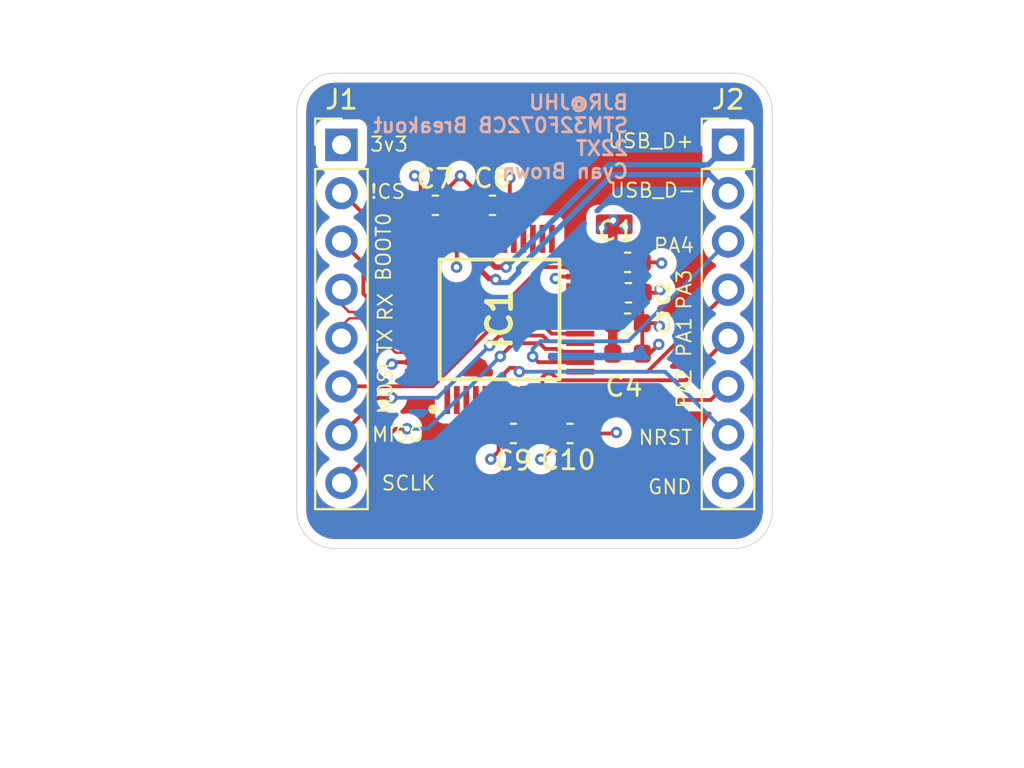
<source format=kicad_pcb>
(kicad_pcb (version 20241229) (generator "pcbnew") (generator_version "9.0")
  (layers (0 "F.Cu" signal) (4 "In1.Cu" signal) (6 "In2.Cu" signal) (2 "B.Cu" signal) (13 "F.Paste" user) (15 "B.Paste" user) (5 "F.SilkS" user "F.Silkscreen") (7 "B.SilkS" user "B.Silkscreen") (1 "F.Mask" user) (3 "B.Mask" user) (25 "Edge.Cuts" user))
  (net 0 "")
  (net 1 "3v3")
  (net 2 "GND")
  (net 3 "MOSI")
  (net 5 "!CS")
  (net 8 "USB_D+")
  (net 16 "PA4")
  (net 17 "BOOT0")
  (net 20 "SCLK")
  (net 23 "MISO")
  (net 29 "PA1")
  (net 30 "PA2")
  (net 31 "PA3")
  (net 32 "can_tx")
  (net 33 "can_rx")
  (net 37 "NRST")
  (net 41 "USB_D-")
  (footprint "can_encoder:STM32F072CBT6" (layer "F.Cu") (at 148.662 80.35 90)
    (property "Reference" "IC1" (at 0 0 90) (layer "F.SilkS") (effects (font (size 1.27 1.27) (thickness 0.254))))
    (property "Value" "STM32F072CBT6" (hide yes))
    (fp_line (start 3.15 -3.15) (end 3.15 3.15) (stroke (width 0.2)) (layer "F.SilkS"))
    (fp_line (start -3.15 -3.15) (end 3.15 -3.15) (stroke (width 0.2)) (layer "F.SilkS"))
    (fp_line (start 3.15 3.15) (end -3.15 3.15) (stroke (width 0.2)) (layer "F.SilkS"))
    (fp_line (start -3.15 3.15) (end -3.15 -3.15) (stroke (width 0.2)) (layer "F.SilkS"))
    (fp_circle (center -4.725 -3.5) (end -4.725 -3.375) (stroke (width 0.25)) (fill no) (layer "F.SilkS"))
    (pad "1" smd rect (at -4.238 -2.75 180) (size 0.3 1.475) (layers "F.Cu" "F.Mask" "F.Paste"))
    (pad "2" smd rect (at -4.238 -2.25 180) (size 0.3 1.475) (layers "F.Cu" "F.Mask" "F.Paste"))
    (pad "3" smd rect (at -4.238 -1.75 180) (size 0.3 1.475) (layers "F.Cu" "F.Mask" "F.Paste"))
    (pad "4" smd rect (at -4.238 -1.25 180) (size 0.3 1.475) (layers "F.Cu" "F.Mask" "F.Paste"))
    (pad "5" smd rect (at -4.238 -0.75 180) (size 0.3 1.475) (layers "F.Cu" "F.Mask" "F.Paste"))
    (pad "6" smd rect (at -4.238 -0.25 180) (size 0.3 1.475) (layers "F.Cu" "F.Mask" "F.Paste"))
    (pad "7" smd rect (at -4.238 0.25 180) (size 0.3 1.475) (layers "F.Cu" "F.Mask" "F.Paste") (net 37 "NRST"))
    (pad "8" smd rect (at -4.238 0.75 180) (size 0.3 1.475) (layers "F.Cu" "F.Mask" "F.Paste") (net 2 "GND"))
    (pad "9" smd rect (at -4.238 1.25 180) (size 0.3 1.475) (layers "F.Cu" "F.Mask" "F.Paste") (net 1 "3v3"))
    (pad "10" smd rect (at -4.238 1.75 180) (size 0.3 1.475) (layers "F.Cu" "F.Mask" "F.Paste"))
    (pad "11" smd rect (at -4.238 2.25 180) (size 0.3 1.475) (layers "F.Cu" "F.Mask" "F.Paste") (net 29 "PA1"))
    (pad "12" smd rect (at -4.238 2.75 180) (size 0.3 1.475) (layers "F.Cu" "F.Mask" "F.Paste") (net 30 "PA2"))
    (pad "13" smd rect (at -2.75 4.238 90) (size 0.3 1.475) (layers "F.Cu" "F.Mask" "F.Paste") (net 31 "PA3"))
    (pad "14" smd rect (at -2.25 4.238 90) (size 0.3 1.475) (layers "F.Cu" "F.Mask" "F.Paste") (net 16 "PA4"))
    (pad "15" smd rect (at -1.75 4.238 90) (size 0.3 1.475) (layers "F.Cu" "F.Mask" "F.Paste") (net 20 "SCLK"))
    (pad "16" smd rect (at -1.25 4.238 90) (size 0.3 1.475) (layers "F.Cu" "F.Mask" "F.Paste") (net 23 "MISO"))
    (pad "17" smd rect (at -0.75 4.238 90) (size 0.3 1.475) (layers "F.Cu" "F.Mask" "F.Paste") (net 3 "MOSI"))
    (pad "18" smd rect (at -0.25 4.238 90) (size 0.3 1.475) (layers "F.Cu" "F.Mask" "F.Paste"))
    (pad "19" smd rect (at 0.25 4.238 90) (size 0.3 1.475) (layers "F.Cu" "F.Mask" "F.Paste"))
    (pad "20" smd rect (at 0.75 4.238 90) (size 0.3 1.475) (layers "F.Cu" "F.Mask" "F.Paste"))
    (pad "21" smd rect (at 1.25 4.238 90) (size 0.3 1.475) (layers "F.Cu" "F.Mask" "F.Paste"))
    (pad "22" smd rect (at 1.75 4.238 90) (size 0.3 1.475) (layers "F.Cu" "F.Mask" "F.Paste"))
    (pad "23" smd rect (at 2.25 4.238 90) (size 0.3 1.475) (layers "F.Cu" "F.Mask" "F.Paste") (net 2 "GND"))
    (pad "24" smd rect (at 2.75 4.238 90) (size 0.3 1.475) (layers "F.Cu" "F.Mask" "F.Paste") (net 1 "3v3"))
    (pad "25" smd rect (at 4.238 2.75 180) (size 0.3 1.475) (layers "F.Cu" "F.Mask" "F.Paste"))
    (pad "26" smd rect (at 4.238 2.25 180) (size 0.3 1.475) (layers "F.Cu" "F.Mask" "F.Paste"))
    (pad "27" smd rect (at 4.238 1.75 180) (size 0.3 1.475) (layers "F.Cu" "F.Mask" "F.Paste"))
    (pad "28" smd rect (at 4.238 1.25 180) (size 0.3 1.475) (layers "F.Cu" "F.Mask" "F.Paste"))
    (pad "29" smd rect (at 4.238 0.75 180) (size 0.3 1.475) (layers "F.Cu" "F.Mask" "F.Paste"))
    (pad "30" smd rect (at 4.238 0.25 180) (size 0.3 1.475) (layers "F.Cu" "F.Mask" "F.Paste"))
    (pad "31" smd rect (at 4.238 -0.25 180) (size 0.3 1.475) (layers "F.Cu" "F.Mask" "F.Paste"))
    (pad "32" smd rect (at 4.238 -0.75 180) (size 0.3 1.475) (layers "F.Cu" "F.Mask" "F.Paste") (net 41 "USB_D-"))
    (pad "33" smd rect (at 4.238 -1.25 180) (size 0.3 1.475) (layers "F.Cu" "F.Mask" "F.Paste") (net 8 "USB_D+"))
    (pad "34" smd rect (at 4.238 -1.75 180) (size 0.3 1.475) (layers "F.Cu" "F.Mask" "F.Paste"))
    (pad "35" smd rect (at 4.238 -2.25 180) (size 0.3 1.475) (layers "F.Cu" "F.Mask" "F.Paste") (net 2 "GND"))
    (pad "36" smd rect (at 4.238 -2.75 180) (size 0.3 1.475) (layers "F.Cu" "F.Mask" "F.Paste") (net 1 "3v3"))
    (pad "37" smd rect (at 2.75 -4.238 90) (size 0.3 1.475) (layers "F.Cu" "F.Mask" "F.Paste"))
    (pad "38" smd rect (at 2.25 -4.238 90) (size 0.3 1.475) (layers "F.Cu" "F.Mask" "F.Paste") (net 5 "!CS"))
    (pad "39" smd rect (at 1.75 -4.238 90) (size 0.3 1.475) (layers "F.Cu" "F.Mask" "F.Paste"))
    (pad "40" smd rect (at 1.25 -4.238 90) (size 0.3 1.475) (layers "F.Cu" "F.Mask" "F.Paste"))
    (pad "41" smd rect (at 0.75 -4.238 90) (size 0.3 1.475) (layers "F.Cu" "F.Mask" "F.Paste"))
    (pad "42" smd rect (at 0.25 -4.238 90) (size 0.3 1.475) (layers "F.Cu" "F.Mask" "F.Paste"))
    (pad "43" smd rect (at -0.25 -4.238 90) (size 0.3 1.475) (layers "F.Cu" "F.Mask" "F.Paste"))
    (pad "44" smd rect (at -0.75 -4.238 90) (size 0.3 1.475) (layers "F.Cu" "F.Mask" "F.Paste") (net 17 "BOOT0"))
    (pad "45" smd rect (at -1.25 -4.238 90) (size 0.3 1.475) (layers "F.Cu" "F.Mask" "F.Paste") (net 33 "can_rx"))
    (pad "46" smd rect (at -1.75 -4.238 90) (size 0.3 1.475) (layers "F.Cu" "F.Mask" "F.Paste") (net 32 "can_tx"))
    (pad "47" smd rect (at -2.25 -4.238 90) (size 0.3 1.475) (layers "F.Cu" "F.Mask" "F.Paste") (net 2 "GND"))
    (pad "48" smd rect (at -2.75 -4.238 90) (size 0.3 1.475) (layers "F.Cu" "F.Mask" "F.Paste") (net 1 "3v3"))
  )
  (footprint "Connector_PinHeader_2.54mm:PinHeader_1x08_P2.54mm_Vertical" (layer "F.Cu") (at 160.67 71.17)
    (property "Reference" "J2" (at 0 -2.38 0) (layer "F.SilkS"))
    (property "Value" "Conn_01x08")
    (fp_line (start -1.38 -1.38) (end 0 -1.38) (stroke (width 0.12)) (layer "F.SilkS"))
    (fp_line (start -1.38 0) (end -1.38 -1.38) (stroke (width 0.12)) (layer "F.SilkS"))
    (fp_line (start -1.38 1.27) (end -1.38 19.16) (stroke (width 0.12)) (layer "F.SilkS"))
    (fp_line (start -1.38 1.27) (end 1.38 1.27) (stroke (width 0.12)) (layer "F.SilkS"))
    (fp_line (start -1.38 19.16) (end 1.38 19.16) (stroke (width 0.12)) (layer "F.SilkS"))
    (fp_line (start 1.38 1.27) (end 1.38 19.16) (stroke (width 0.12)) (layer "F.SilkS"))
    (pad "1" thru_hole rect (at 0 0) (size 1.7 1.7) (drill 1) (layers "*.Cu" "*.Mask") (net 41 "USB_D-"))
    (pad "2" thru_hole circle (at 0 2.54) (size 1.7 1.7) (drill 1) (layers "*.Cu" "*.Mask") (net 8 "USB_D+"))
    (pad "3" thru_hole circle (at 0 5.08) (size 1.7 1.7) (drill 1) (layers "*.Cu" "*.Mask") (net 16 "PA4"))
    (pad "4" thru_hole circle (at 0 7.62) (size 1.7 1.7) (drill 1) (layers "*.Cu" "*.Mask") (net 31 "PA3"))
    (pad "5" thru_hole circle (at 0 10.16) (size 1.7 1.7) (drill 1) (layers "*.Cu" "*.Mask") (net 29 "PA1"))
    (pad "6" thru_hole circle (at 0 12.7) (size 1.7 1.7) (drill 1) (layers "*.Cu" "*.Mask") (net 30 "PA2"))
    (pad "7" thru_hole circle (at 0 15.24) (size 1.7 1.7) (drill 1) (layers "*.Cu" "*.Mask") (net 37 "NRST"))
    (pad "8" thru_hole circle (at 0 17.78) (size 1.7 1.7) (drill 1) (layers "*.Cu" "*.Mask") (net 2 "GND"))
  )
  (footprint "Capacitor_SMD:C_0603_1608Metric" (layer "F.Cu") (at 145.287 74.35 180)
    (property "Reference" "C7" (at 0.025 1.4 0) (layer "F.SilkS"))
    (property "Value" "100nF" (hide yes))
    (fp_line (start -0.14058 0.51) (end 0.14058 0.51) (stroke (width 0.12)) (layer "F.SilkS"))
    (fp_line (start -0.14058 -0.51) (end 0.14058 -0.51) (stroke (width 0.12)) (layer "F.SilkS"))
    (pad "1" smd roundrect (at -0.775 0 180) (size 0.9 0.95) (layers "F.Cu" "F.Mask" "F.Paste") (net 1 "3v3"))
    (pad "2" smd roundrect (at 0.775 0 180) (size 0.9 0.95) (layers "F.Cu" "F.Mask" "F.Paste") (net 2 "GND"))
  )
  (footprint "Capacitor_SMD:C_0603_1608Metric" (layer "F.Cu") (at 155.387 80.55)
    (property "Reference" "C3" (at 1.913 -0.05 90) (layer "F.SilkS") (effects (font (size 0.6 0.6))))
    (property "Value" "100nF" (hide yes))
    (fp_line (start -0.14058 -0.51) (end 0.14058 -0.51) (stroke (width 0.12)) (layer "F.SilkS"))
    (fp_line (start -0.14058 0.51) (end 0.14058 0.51) (stroke (width 0.12)) (layer "F.SilkS"))
    (pad "1" smd roundrect (at -0.775 0) (size 0.9 0.95) (layers "F.Cu" "F.Mask" "F.Paste") (net 1 "3v3"))
    (pad "2" smd roundrect (at 0.775 0) (size 0.9 0.95) (layers "F.Cu" "F.Mask" "F.Paste") (net 2 "GND"))
  )
  (footprint "Capacitor_SMD:C_0603_1608Metric" (layer "F.Cu") (at 148.287 74.35)
    (property "Reference" "C8" (at 0 -1.43 0) (layer "F.SilkS"))
    (property "Value" "4.7uF" (hide yes))
    (fp_line (start -0.14058 -0.51) (end 0.14058 -0.51) (stroke (width 0.12)) (layer "F.SilkS"))
    (fp_line (start -0.14058 0.51) (end 0.14058 0.51) (stroke (width 0.12)) (layer "F.SilkS"))
    (pad "1" smd roundrect (at -0.775 0) (size 0.9 0.95) (layers "F.Cu" "F.Mask" "F.Paste") (net 1 "3v3"))
    (pad "2" smd roundrect (at 0.775 0) (size 0.9 0.95) (layers "F.Cu" "F.Mask" "F.Paste") (net 2 "GND"))
  )
  (footprint "Capacitor_SMD:C_0603_1608Metric" (layer "F.Cu") (at 155.387 82.15)
    (property "Reference" "C4" (at -0.187 1.75 0) (layer "F.SilkS"))
    (property "Value" "4.7uF" (hide yes))
    (fp_line (start -0.14058 -0.51) (end 0.14058 -0.51) (stroke (width 0.12)) (layer "F.SilkS"))
    (fp_line (start -0.14058 0.51) (end 0.14058 0.51) (stroke (width 0.12)) (layer "F.SilkS"))
    (pad "1" smd roundrect (at -0.775 0) (size 0.9 0.95) (layers "F.Cu" "F.Mask" "F.Paste") (net 1 "3v3"))
    (pad "2" smd roundrect (at 0.775 0) (size 0.9 0.95) (layers "F.Cu" "F.Mask" "F.Paste") (net 2 "GND"))
  )
  (footprint "Capacitor_SMD:C_0603_1608Metric" (layer "F.Cu") (at 149.387 86.35 180)
    (property "Reference" "C9" (at 0 -1.43 0) (layer "F.SilkS"))
    (property "Value" "10nF" (hide yes))
    (fp_line (start -0.14058 0.51) (end 0.14058 0.51) (stroke (width 0.12)) (layer "F.SilkS"))
    (fp_line (start -0.14058 -0.51) (end 0.14058 -0.51) (stroke (width 0.12)) (layer "F.SilkS"))
    (pad "1" smd roundrect (at -0.775 0 180) (size 0.9 0.95) (layers "F.Cu" "F.Mask" "F.Paste") (net 1 "3v3"))
    (pad "2" smd roundrect (at 0.775 0 180) (size 0.9 0.95) (layers "F.Cu" "F.Mask" "F.Paste") (net 2 "GND"))
  )
  (footprint "Capacitor_SMD:C_0603_1608Metric" (layer "F.Cu") (at 155.387 77.35)
    (property "Reference" "C1" (at -0.587 -1.65 0) (layer "F.SilkS"))
    (property "Value" "100nF" (hide yes))
    (fp_line (start -0.14058 -0.51) (end 0.14058 -0.51) (stroke (width 0.12)) (layer "F.SilkS"))
    (fp_line (start -0.14058 0.51) (end 0.14058 0.51) (stroke (width 0.12)) (layer "F.SilkS"))
    (pad "1" smd roundrect (at -0.775 0) (size 0.9 0.95) (layers "F.Cu" "F.Mask" "F.Paste") (net 1 "3v3"))
    (pad "2" smd roundrect (at 0.775 0) (size 0.9 0.95) (layers "F.Cu" "F.Mask" "F.Paste") (net 2 "GND"))
  )
  (footprint "Connector_PinHeader_2.54mm:PinHeader_1x08_P2.54mm_Vertical" (layer "F.Cu") (at 140.35 71.17)
    (property "Reference" "J1" (at 0 -2.38 0) (layer "F.SilkS"))
    (property "Value" "Conn_01x08")
    (fp_line (start -1.38 -1.38) (end 0 -1.38) (stroke (width 0.12)) (layer "F.SilkS"))
    (fp_line (start -1.38 0) (end -1.38 -1.38) (stroke (width 0.12)) (layer "F.SilkS"))
    (fp_line (start -1.38 1.27) (end -1.38 19.16) (stroke (width 0.12)) (layer "F.SilkS"))
    (fp_line (start -1.38 1.27) (end 1.38 1.27) (stroke (width 0.12)) (layer "F.SilkS"))
    (fp_line (start -1.38 19.16) (end 1.38 19.16) (stroke (width 0.12)) (layer "F.SilkS"))
    (fp_line (start 1.38 1.27) (end 1.38 19.16) (stroke (width 0.12)) (layer "F.SilkS"))
    (pad "1" thru_hole rect (at 0 0) (size 1.7 1.7) (drill 1) (layers "*.Cu" "*.Mask") (net 1 "3v3"))
    (pad "2" thru_hole circle (at 0 2.54) (size 1.7 1.7) (drill 1) (layers "*.Cu" "*.Mask") (net 5 "!CS"))
    (pad "3" thru_hole circle (at 0 5.08) (size 1.7 1.7) (drill 1) (layers "*.Cu" "*.Mask") (net 17 "BOOT0"))
    (pad "4" thru_hole circle (at 0 7.62) (size 1.7 1.7) (drill 1) (layers "*.Cu" "*.Mask") (net 33 "can_rx"))
    (pad "5" thru_hole circle (at 0 10.16) (size 1.7 1.7) (drill 1) (layers "*.Cu" "*.Mask") (net 32 "can_tx"))
    (pad "6" thru_hole circle (at 0 12.7) (size 1.7 1.7) (drill 1) (layers "*.Cu" "*.Mask") (net 3 "MOSI"))
    (pad "7" thru_hole circle (at 0 15.24) (size 1.7 1.7) (drill 1) (layers "*.Cu" "*.Mask") (net 23 "MISO"))
    (pad "8" thru_hole circle (at 0 17.78) (size 1.7 1.7) (drill 1) (layers "*.Cu" "*.Mask") (net 20 "SCLK"))
  )
  (footprint "Capacitor_SMD:C_0603_1608Metric" (layer "F.Cu") (at 155.437 78.95)
    (property "Reference" "C2" (at 1.863 0.05 270) (layer "F.SilkS") (effects (font (size 0.6 0.6))))
    (property "Value" "100nF" (hide yes))
    (fp_line (start -0.14058 -0.51) (end 0.14058 -0.51) (stroke (width 0.12)) (layer "F.SilkS"))
    (fp_line (start -0.14058 0.51) (end 0.14058 0.51) (stroke (width 0.12)) (layer "F.SilkS"))
    (pad "1" smd roundrect (at -0.775 0) (size 0.9 0.95) (layers "F.Cu" "F.Mask" "F.Paste") (net 1 "3v3"))
    (pad "2" smd roundrect (at 0.775 0) (size 0.9 0.95) (layers "F.Cu" "F.Mask" "F.Paste") (net 2 "GND"))
  )
  (footprint "Capacitor_SMD:C_0603_1608Metric" (layer "F.Cu") (at 152.362 86.35)
    (property "Reference" "C10" (at -0.1 1.4 0) (layer "F.SilkS"))
    (property "Value" "1uF" (hide yes))
    (fp_line (start -0.14058 -0.51) (end 0.14058 -0.51) (stroke (width 0.12)) (layer "F.SilkS"))
    (fp_line (start -0.14058 0.51) (end 0.14058 0.51) (stroke (width 0.12)) (layer "F.SilkS"))
    (pad "1" smd roundrect (at -0.775 0) (size 0.9 0.95) (layers "F.Cu" "F.Mask" "F.Paste") (net 1 "3v3"))
    (pad "2" smd roundrect (at 0.775 0) (size 0.9 0.95) (layers "F.Cu" "F.Mask" "F.Paste") (net 2 "GND"))
  )
  (gr_arc (start 140 92.4) (mid 138.585786 91.814214) (end 138 90.4) (stroke (width 0.05)) (layer "Edge.Cuts"))
  (gr_arc (start 138 69.4) (mid 138.585786 67.985786) (end 140 67.4) (stroke (width 0.05)) (layer "Edge.Cuts"))
  (gr_line (start 161 92.4) (end 140 92.4) (stroke (width 0.05)) (layer "Edge.Cuts"))
  (gr_line (start 138 69.4) (end 138 90.4) (stroke (width 0.05)) (layer "Edge.Cuts"))
  (gr_arc (start 163 90.4) (mid 162.414214 91.814214) (end 161 92.4) (stroke (width 0.05)) (layer "Edge.Cuts"))
  (gr_line (start 163 90.4) (end 163 69.4) (stroke (width 0.05)) (layer "Edge.Cuts"))
  (gr_arc (start 161 67.4) (mid 162.414214 67.985786) (end 163 69.4) (stroke (width 0.05)) (layer "Edge.Cuts"))
  (gr_line (start 161 67.4) (end 140 67.4) (stroke (width 0.05)) (layer "Edge.Cuts"))
  (gr_text "PA1" (at 158.8 82.4 90) (layer "F.SilkS") (effects (font (size 0.75 0.75) (thickness 0.1)) (justify left bottom)))
  (gr_text "MISO" (at 141.8844 86.8426 0) (layer "F.SilkS") (effects (font (size 0.75 0.75) (thickness 0.1)) (justify left bottom)))
  (gr_text "MOSI" (at 143.1 85.4 90) (layer "F.SilkS") (effects (font (size 0.75 0.75) (thickness 0.1)) (justify left bottom)))
  (gr_text "TX" (at 143.0782 82.1944 90) (layer "F.SilkS") (effects (font (size 0.75 0.75) (thickness 0.1)) (justify left bottom)))
  (gr_text "PA2" (at 158.8 85.1 90) (layer "F.SilkS") (effects (font (size 0.75 0.75) (thickness 0.1)) (justify left bottom)))
  (gr_text "USB_D-" (at 154.4 74 0) (layer "F.SilkS") (effects (font (size 0.75 0.75) (thickness 0.1)) (justify left bottom)))
  (gr_text "RX" (at 143.1 80.5 90) (layer "F.SilkS") (effects (font (size 0.75 0.75) (thickness 0.1)) (justify left bottom)))
  (gr_text "NRST" (at 155.9 87 0) (layer "F.SilkS") (effects (font (size 0.75 0.75) (thickness 0.1)) (justify left bottom)))
  (gr_text "GND" (at 156.4 89.6 0) (layer "F.SilkS") (effects (font (size 0.75 0.75) (thickness 0.1)) (justify left bottom)))
  (gr_text "3v3" (at 141.7828 71.5772 0) (layer "F.SilkS") (effects (font (size 0.75 0.75) (thickness 0.1)) (justify left bottom)))
  (gr_text "PA3" (at 158.8 79.9 90) (layer "F.SilkS") (effects (font (size 0.75 0.75) (thickness 0.1)) (justify left bottom)))
  (gr_text "USB_D+" (at 154.3 71.4 0) (layer "F.SilkS") (effects (font (size 0.75 0.75) (thickness 0.1)) (justify left bottom)))
  (gr_text "SCLK" (at 142.4 89.4 0) (layer "F.SilkS") (effects (font (size 0.75 0.75) (thickness 0.1)) (justify left bottom)))
  (gr_text "BOOT0" (at 143 78.4 90) (layer "F.SilkS") (effects (font (size 0.75 0.75) (thickness 0.1)) (justify left bottom)))
  (gr_text "!CS" (at 141.8082 74.0664 0) (layer "F.SilkS") (effects (font (size 0.75 0.75) (thickness 0.1)) (justify left bottom)))
  (gr_text "PA4" (at 156.7 76.9 0) (layer "F.SilkS") (effects (font (size 0.75 0.75) (thickness 0.1)) (justify left bottom)))
  (gr_text "BJR@JHU\nSTM32F072CB Breakout\n22XT\nCyan Brown\n" (at 155.5 73 0) (layer "B.SilkS") (effects (font (size 0.75 0.75) (thickness 0.15) (bold yes)) (justify left bottom mirror)))
  (segment (start 144.424 83.1) (end 145.3464 83.1) (width 0.2) (layer "F.Cu") (net 1))
  (segment (start 149.912 86.1) (end 149.912 84.588) (width 0.2) (layer "F.Cu") (net 1))
  (segment (start 146.062 73.3432) (end 146.062 74.35) (width 0.2) (layer "F.Cu") (net 1))
  (segment (start 146.6088 72.7964) (end 147.512 73.6996) (width 0.2) (layer "F.Cu") (net 1))
  (segment (start 150.162 86.35) (end 149.912 86.1) (width 0.2) (layer "F.Cu") (net 1))
  (segment (start 145.3464 83.1) (end 150.8464 77.6) (width 0.2) (layer "F.Cu") (net 1))
  (segment (start 150.8464 77.6) (end 152.9 77.6) (width 0.2) (layer "F.Cu") (net 1))
  (segment (start 146.6088 72.7964) (end 146.062 73.3432) (width 0.2) (layer "F.Cu") (net 1))
  (segment (start 153.15 77.35) (end 152.9 77.6) (width 0.2) (layer "F.Cu") (net 1))
  (segment (start 147.512 73.6996) (end 147.512 74.35) (width 0.2) (layer "F.Cu") (net 1))
  (segment (start 151.587 86.35) (end 151.587 86.9444) (width 0.2) (layer "F.Cu") (net 1))
  (segment (start 146.062 74.35) (end 145.912 74.5) (width 0.2) (layer "F.Cu") (net 1))
  (segment (start 154.612 77.35) (end 153.15 77.35) (width 0.2) (layer "F.Cu") (net 1))
  (segment (start 154.612 80.55) (end 154.612 77.35) (width 0.5) (layer "F.Cu") (net 1))
  (segment (start 154.612 77.35) (end 154.612 75.8676) (width 0.5) (layer "F.Cu") (net 1))
  (segment (start 151.587 86.9444) (end 150.8252 87.7062) (width 0.2) (layer "F.Cu") (net 1))
  (segment (start 154.612 82.15) (end 154.612 80.55) (width 0.5) (layer "F.Cu") (net 1))
  (segment (start 151.587 86.35) (end 150.162 86.35) (width 0.2) (layer "F.Cu") (net 1))
  (segment (start 145.912 74.5) (end 145.912 76.112) (width 0.2) (layer "F.Cu") (net 1))
  (via (at 146.6088 72.7964) (size 0.6) (drill 0.3) (layers "F.Cu" "B.Cu") (net 1))
  (via (at 155.2702 75.4888) (size 0.6) (drill 0.3) (layers "F.Cu" "B.Cu") (net 1))
  (via (at 154.6352 75.1332) (size 0.6) (drill 0.3) (layers "F.Cu" "B.Cu") (net 1))
  (via (at 150.8252 87.7062) (size 0.6) (drill 0.3) (layers "F.Cu" "B.Cu") (net 1))
  (via (at 154.0256 75.5396) (size 0.6) (drill 0.3) (layers "F.Cu" "B.Cu") (net 1))
  (segment (start 149.412 84.588) (end 149.412 85.5775) (width 0.2) (layer "F.Cu") (net 2))
  (segment (start 156.212 78.95) (end 156.9398 78.95) (width 0.2) (layer "F.Cu") (net 2))
  (segment (start 156.162 77.35) (end 157.1314 77.35) (width 0.2) (layer "F.Cu") (net 2))
  (segment (start 146.412 76.112) (end 146.412 77.588) (width 0.2) (layer "F.Cu") (net 2))
  (segment (start 156.162 80.55) (end 156.9024 80.55) (width 0.2) (layer "F.Cu") (net 2))
  (segment (start 154.75 86.35) (end 154.8 86.3) (width 0.2) (layer "F.Cu") (net 2))
  (segment (start 144.424 82.6) (end 143.1 82.6) (width 0.2) (layer "F.Cu") (net 2))
  (segment (start 156.9024 80.55) (end 157.060465 80.708065) (width 0.2) (layer "F.Cu") (net 2))
  (segment (start 149.412 85.5775) (end 148.6395 86.35) (width 0.2) (layer "F.Cu") (net 2))
  (segment (start 148.612 87.288) (end 148.2 87.7) (width 0.2) (layer "F.Cu") (net 2))
  (segment (start 144.512 73.112) (end 144.2 72.8) (width 0.2) (layer "F.Cu") (net 2))
  (segment (start 152.9 78.1) (end 151.7 78.1) (width 0.2) (layer "F.Cu") (net 2))
  (segment (start 143.1 82.6) (end 143 82.7) (width 0.2) (layer "F.Cu") (net 2))
  (segment (start 148.6395 86.35) (end 148.612 86.35) (width 0.2) (layer "F.Cu") (net 2))
  (segment (start 153.137 86.35) (end 154.75 86.35) (width 0.2) (layer "F.Cu") (net 2))
  (segment (start 157.1314 77.35) (end 157.1752 77.3938) (width 0.2) (layer "F.Cu") (net 2))
  (segment (start 156.9398 78.95) (end 157.099 78.7908) (width 0.2) (layer "F.Cu") (net 2))
  (segment (start 144.512 74.35) (end 144.512 73.112) (width 0.2) (layer "F.Cu") (net 2))
  (segment (start 156.53858 82.15) (end 157.02519 81.66339) (width 0.2) (layer "F.Cu") (net 2))
  (segment (start 151.7 78.1) (end 151.6 78.2) (width 0.2) (layer "F.Cu") (net 2))
  (segment (start 156.162 82.15) (end 156.53858 82.15) (width 0.2) (layer "F.Cu") (net 2))
  (segment (start 156.162 77.35) (end 156.162 82.15) (width 0.2) (layer "F.Cu") (net 2))
  (segment (start 149.2 74.212) (end 149.062 74.35) (width 0.2) (layer "F.Cu") (net 2))
  (segment (start 146.412 77.588) (end 146.4 77.6) (width 0.2) (layer "F.Cu") (net 2))
  (segment (start 148.612 86.35) (end 148.612 87.288) (width 0.2) (layer "F.Cu") (net 2))
  (segment (start 149.2 72.9) (end 149.2 74.212) (width 0.2) (layer "F.Cu") (net 2))
  (via (at 151.6 78.2) (size 0.6) (drill 0.3) (layers "F.Cu" "B.Cu") (net 2))
  (via (at 143 82.7) (size 0.6) (drill 0.3) (layers "F.Cu" "B.Cu") (net 2))
  (via (at 146.4 77.6) (size 0.6) (drill 0.3) (layers "F.Cu" "B.Cu") (net 2))
  (via (at 144.2 72.8) (size 0.6) (drill 0.3) (layers "F.Cu" "B.Cu") (net 2))
  (via (at 157.099 78.7908) (size 0.6) (drill 0.3) (layers "F.Cu" "B.Cu") (net 2))
  (via (at 157.1752 77.3938) (size 0.6) (drill 0.3) (layers "F.Cu" "B.Cu") (net 2))
  (via (at 154.8 86.3) (size 0.6) (drill 0.3) (layers "F.Cu" "B.Cu") (net 2))
  (via (at 157.060465 80.708065) (size 0.6) (drill 0.3) (layers "F.Cu" "B.Cu") (net 2))
  (via (at 149.2 72.9) (size 0.6) (drill 0.3) (layers "F.Cu" "B.Cu") (net 2))
  (via (at 157.02519 81.66339) (size 0.6) (drill 0.3) (layers "F.Cu" "B.Cu") (net 2))
  (via (at 148.2 87.7) (size 0.6) (drill 0.3) (layers "F.Cu" "B.Cu") (net 2))
  (segment (start 145.1435 83.87) (end 148.2135 80.8) (width 0.2) (layer "F.Cu") (net 3))
  (segment (start 151.4 81.1) (end 152.9 81.1) (width 0.2) (layer "F.Cu") (net 3))
  (segment (start 151.1 80.8) (end 151.4 81.1) (width 0.2) (layer "F.Cu") (net 3))
  (segment (start 140.35 83.87) (end 145.1435 83.87) (width 0.2) (layer "F.Cu") (net 3))
  (segment (start 148.2135 80.8) (end 151.1 80.8) (width 0.2) (layer "F.Cu") (net 3))
  (segment (start 140.35 73.71) (end 140.41 73.71) (width 0.2) (layer "F.Cu") (net 5))
  (segment (start 143.4345 78.1) (end 144.424 78.1) (width 0.2) (layer "F.Cu") (net 5))
  (segment (start 142.7 76) (end 142.7 77.3655) (width 0.2) (layer "F.Cu") (net 5))
  (segment (start 142.7 77.3655) (end 143.4345 78.1) (width 0.2) (layer "F.Cu") (net 5))
  (segment (start 140.41 73.71) (end 142.7 76) (width 0.2) (layer "F.Cu") (net 5))
  (segment (start 147.427 77.1925) (end 147.419 77.1925) (width 0.284) (layer "F.Cu") (net 8))
  (segment (start 147.427 77.5262) (end 147.427 77.1925) (width 0.284) (layer "F.Cu") (net 8))
  (segment (start 147.419 76.119) (end 147.412 76.112) (width 0.284) (layer "F.Cu") (net 8))
  (segment (start 148.101321 78.200521) (end 147.427 77.5262) (width 0.284) (layer "F.Cu") (net 8))
  (segment (start 148.456137 78.257179) (end 148.399479 78.200521) (width 0.284) (layer "F.Cu") (net 8))
  (segment (start 148.399479 78.200521) (end 148.101321 78.200521) (width 0.284) (layer "F.Cu") (net 8))
  (segment (start 147.419 77.1925) (end 147.419 76.119) (width 0.284) (layer "F.Cu") (net 8))
  (via (at 148.456137 78.257179) (size 0.6) (drill 0.3) (layers "F.Cu" "B.Cu") (net 8))
  (segment (start 149.658221 77.871908) (end 149.120329 78.4098) (width 0.284) (layer "B.Cu") (net 8))
  (segment (start 154.598073 72.729399) (end 149.658221 77.669251) (width 0.284) (layer "B.Cu") (net 8))
  (segment (start 148.608758 78.4098) (end 148.456137 78.257179) (width 0.284) (layer "B.Cu") (net 8))
  (segment (start 160.67 73.71) (end 159.689399 72.729399) (width 0.284) (layer "B.Cu") (net 8))
  (segment (start 159.689399 72.729399) (end 154.598073 72.729399) (width 0.284) (layer "B.Cu") (net 8))
  (segment (start 149.120329 78.4098) (end 148.608758 78.4098) (width 0.284) (layer "B.Cu") (net 8))
  (segment (start 149.658221 77.669251) (end 149.658221 77.871908) (width 0.284) (layer "B.Cu") (net 8))
  (segment (start 152.9 82.6) (end 150.7 82.6) (width 0.2) (layer "F.Cu") (net 16))
  (segment (start 150.7 82.6) (end 150.4 82.3) (width 0.2) (layer "F.Cu") (net 16))
  (via (at 150.4 82.3) (size 0.6) (drill 0.3) (layers "F.Cu" "B.Cu") (net 16))
  (segment (start 150.4 82.3) (end 150.4 81.9) (width 0.2) (layer "B.Cu") (net 16))
  (segment (start 150.4 81.9) (end 150.8 81.5) (width 0.2) (layer "B.Cu") (net 16))
  (segment (start 155.42 81.5) (end 160.67 76.25) (width 0.2) (layer "B.Cu") (net 16))
  (segment (start 150.8 81.5) (end 155.42 81.5) (width 0.2) (layer "B.Cu") (net 16))
  (segment (start 141.501 79.001) (end 143.6 81.1) (width 0.2) (layer "F.Cu") (net 17))
  (segment (start 143.6 81.1) (end 144.424 81.1) (width 0.2) (layer "F.Cu") (net 17))
  (segment (start 140.35 76.25) (end 141.501 77.401) (width 0.2) (layer "F.Cu") (net 17))
  (segment (start 141.501 77.401) (end 141.501 79.001) (width 0.2) (layer "F.Cu") (net 17))
  (segment (start 151.8615 81.952) (end 151.8615 82.051) (width 0.2) (layer "F.Cu") (net 20))
  (segment (start 152.851 82.051) (end 152.9 82.1) (width 0.2) (layer "F.Cu") (net 20))
  (segment (start 143.2 86.1) (end 143.8 86.1) (width 0.2) (layer "F.Cu") (net 20))
  (segment (start 151.8615 82.051) (end 152.851 82.051) (width 0.2) (layer "F.Cu") (net 20))
  (segment (start 151.6954 81.952) (end 151.8615 81.952) (width 0.2) (layer "F.Cu") (net 20))
  (segment (start 149.391404 81.602) (end 150.7678 81.602) (width 0.2) (layer "F.Cu") (net 20))
  (segment (start 140.35 88.95) (end 143.2 86.1) (width 0.2) (layer "F.Cu") (net 20))
  (segment (start 151.0678 81.902) (end 151.6454 81.902) (width 0.2) (layer "F.Cu") (net 20))
  (segment (start 150.7678 81.602) (end 151.0678 81.902) (width 0.2) (layer "F.Cu") (net 20))
  (segment (start 151.6454 81.902) (end 151.6954 81.952) (width 0.2) (layer "F.Cu") (net 20))
  (segment (start 148.696702 82.296702) (end 149.391404 81.602) (width 0.2) (layer "F.Cu") (net 20))
  (via (at 148.696702 82.296702) (size 0.6) (drill 0.3) (layers "F.Cu" "B.Cu") (net 20))
  (via (at 143.8 86.1) (size 0.6) (drill 0.3) (layers "F.Cu" "B.Cu") (net 20))
  (segment (start 143.8 86.1) (end 144.893404 86.1) (width 0.2) (layer "B.Cu") (net 20))
  (segment (start 144.893404 86.1) (end 148.696702 82.296702) (width 0.2) (layer "B.Cu") (net 20))
  (segment (start 150.9339 81.201) (end 151.2339 81.501) (width 0.2) (layer "F.Cu") (net 23))
  (segment (start 151.2339 81.501) (end 151.8615 81.501) (width 0.2) (layer "F.Cu") (net 23))
  (segment (start 142.29 84.47) (end 143 84.47) (width 0.2) (layer "F.Cu") (net 23))
  (segment (start 140.35 86.41) (end 142.29 84.47) (width 0.2) (layer "F.Cu") (net 23))
  (segment (start 151.8615 81.551) (end 152.851 81.551) (width 0.2) (layer "F.Cu") (net 23))
  (segment (start 148.131015 81.731015) (end 148.66103 81.201) (width 0.2) (layer "F.Cu") (net 23))
  (segment (start 152.851 81.551) (end 152.9 81.6) (width 0.2) (layer "F.Cu") (net 23))
  (segment (start 151.8615 81.501) (end 151.8615 81.551) (width 0.2) (layer "F.Cu") (net 23))
  (segment (start 148.66103 81.201) (end 150.9339 81.201) (width 0.2) (layer "F.Cu") (net 23))
  (via (at 148.131015 81.731015) (size 0.6) (drill 0.3) (layers "F.Cu" "B.Cu") (net 23))
  (via (at 143 84.47) (size 0.6) (drill 0.3) (layers "F.Cu" "B.Cu") (net 23))
  (segment (start 145.39203 84.47) (end 148.131015 81.731015) (width 0.2) (layer "B.Cu") (net 23))
  (segment (start 143 84.47) (end 145.39203 84.47) (width 0.2) (layer "B.Cu") (net 23))
  (segment (start 150.912 83.388) (end 150.912 84.588) (width 0.2) (layer "F.Cu") (net 29))
  (segment (start 151.1 83.2) (end 150.912 83.388) (width 0.2) (layer "F.Cu") (net 29))
  (segment (start 160.67 81.33) (end 158.4505 83.5495) (width 0.2) (layer "F.Cu") (net 29))
  (segment (start 158.4505 83.5495) (end 151.7495 83.5495) (width 0.2) (layer "F.Cu") (net 29))
  (segment (start 151.7495 83.5495) (end 151.4 83.2) (width 0.2) (layer "F.Cu") (net 29))
  (segment (start 151.4 83.2) (end 151.1 83.2) (width 0.2) (layer "F.Cu") (net 29))
  (segment (start 159.752 84.588) (end 151.412 84.588) (width 0.2) (layer "F.Cu") (net 30))
  (segment (start 160.67 83.87) (end 160.47 83.87) (width 0.2) (layer "F.Cu") (net 30))
  (segment (start 160.67 83.87) (end 160.3495 83.5495) (width 0.2) (layer "F.Cu") (net 30))
  (segment (start 160.47 83.87) (end 159.752 84.588) (width 0.2) (layer "F.Cu") (net 30))
  (segment (start 152.9 83.1) (end 156.43711 83.1) (width 0.2) (layer "F.Cu") (net 31))
  (segment (start 160.67 78.86711) (end 160.67 78.79) (width 0.2) (layer "F.Cu") (net 31))
  (segment (start 156.43711 83.1) (end 160.67 78.86711) (width 0.2) (layer "F.Cu") (net 31))
  (segment (start 140.763915 80.292285) (end 140.35 80.7062) (width 0.1275) (layer "F.Cu") (net 32))
  (segment (start 141.387715 80.292285) (end 140.763915 80.292285) (width 0.1275) (layer "F.Cu") (net 32))
  (segment (start 144.424 82.1) (end 143.19543 82.1) (width 0.1275) (layer "F.Cu") (net 32))
  (segment (start 140.35 80.7062) (end 140.35 81.33) (width 0.1275) (layer "F.Cu") (net 32))
  (segment (start 143.19543 82.1) (end 141.387715 80.292285) (width 0.1275) (layer "F.Cu") (net 32))
  (segment (start 140.35 79.5678) (end 140.35 78.79) (width 0.1275) (layer "F.Cu") (net 33))
  (segment (start 141.523784 79.963785) (end 140.745985 79.963785) (width 0.1275) (layer "F.Cu") (net 33))
  (segment (start 144.424 81.6) (end 143.16 81.6) (width 0.1275) (layer "F.Cu") (net 33))
  (segment (start 140.745985 79.963785) (end 140.35 79.5678) (width 0.1275) (layer "F.Cu") (net 33))
  (segment (start 143.16 81.6) (end 141.523784 79.963785) (width 0.1275) (layer "F.Cu") (net 33))
  (segment (start 149.2 82.9) (end 148.912 83.188) (width 0.2) (layer "F.Cu") (net 37))
  (segment (start 149.5 82.9) (end 149.2 82.9) (width 0.2) (layer "F.Cu") (net 37))
  (segment (start 149.7 83.1) (end 149.5 82.9) (width 0.2) (layer "F.Cu") (net 37))
  (segment (start 148.912 83.188) (end 148.912 84.588) (width 0.2) (layer "F.Cu") (net 37))
  (via (at 149.7 83.1) (size 0.6) (drill 0.3) (layers "F.Cu" "B.Cu") (net 37))
  (segment (start 157.36 83.1) (end 160.67 86.41) (width 0.2) (layer "B.Cu") (net 37))
  (segment (start 149.7 83.1) (end 157.36 83.1) (width 0.2) (layer "B.Cu") (net 37))
  (segment (start 147.912 76.112) (end 147.912 77.0714) (width 0.284) (layer "F.Cu") (net 41))
  (segment (start 147.912 77.0714) (end 148.440079 77.599479) (width 0.284) (layer "F.Cu") (net 41))
  (segment (start 148.440079 77.599479) (end 149.000521 77.599479) (width 0.284) (layer "F.Cu") (net 41))
  (via (at 149.000521 77.599479) (size 0.6) (drill 0.3) (layers "F.Cu" "B.Cu") (net 41))
  (segment (start 154.385001 72.214999) (end 149.000521 77.599479) (width 0.284) (layer "B.Cu") (net 41))
  (segment (start 160.67 71.17) (end 159.625001 72.214999) (width 0.284) (layer "B.Cu") (net 41))
  (segment (start 159.625001 72.214999) (end 154.385001 72.214999) (width 0.284) (layer "B.Cu") (net 41))
  (zone (net 1) (net_name "3v3") (layer "F.Cu") (priority 3) (connect_pads (clearance 0.5)) (min_thickness 0.25) (fill yes (thermal_gap 0.5) (thermal_bridge_width 0.5))
    (polygon (pts (xy 153.7208 75.8698) (xy 153.7208 74.8284) (xy 155.6512 74.8284) (xy 155.6512 75.8698)))
  )
  (zone (net 0) (net_name "") (layers "F.Cu" "B.Cu") (priority 2) (connect_pads (clearance 0.5)) (min_thickness 0.25) (fill yes (thermal_gap 0.5) (thermal_bridge_width 0.5) (island_removal_mode 1) (island_area_min 10))
    (polygon (pts (xy 132.7404 64.2112) (xy 172.5422 63.5508) (xy 176.2252 103.9368) (xy 122.4026 102.9462)))
  )
)
</source>
